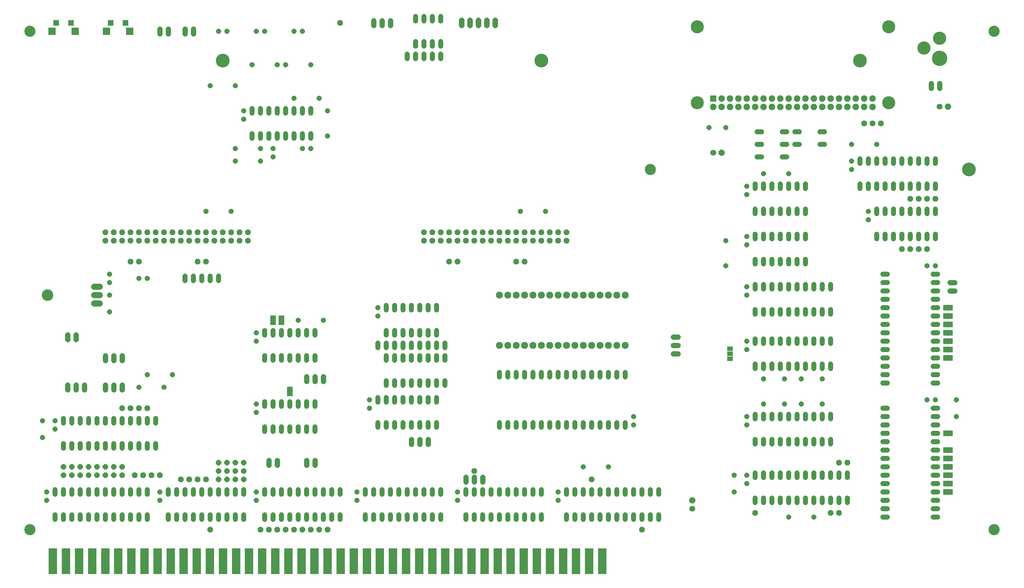
<source format=gbs>
G04 EAGLE Gerber RS-274X export*
G75*
%MOMM*%
%FSLAX34Y34*%
%LPD*%
%INSoldermask Bottom*%
%IPPOS*%
%AMOC8*
5,1,8,0,0,1.08239X$1,22.5*%
G01*
%ADD10C,3.378200*%
%ADD11R,2.565400X7.823200*%
%ADD12C,1.524000*%
%ADD13P,1.759533X8X22.500000*%
%ADD14C,2.108200*%
%ADD15C,1.625600*%
%ADD16C,1.727200*%
%ADD17P,1.649562X8X22.500000*%
%ADD18P,1.649562X8X292.500000*%
%ADD19P,1.649562X8X202.500000*%
%ADD20P,1.649562X8X112.500000*%
%ADD21R,1.727200X1.727200*%
%ADD22R,2.298700X2.298700*%
%ADD23P,1.869504X8X22.500000*%
%ADD24C,4.165600*%
%ADD25P,1.869504X8X202.500000*%
%ADD26R,1.981200X1.981200*%
%ADD27C,1.981200*%
%ADD28C,3.969200*%
%ADD29R,1.803400X1.371600*%
%ADD30P,1.951982X8X112.500000*%
%ADD31C,1.803400*%
%ADD32P,1.951982X8X22.500000*%
%ADD33R,1.371600X1.803400*%
%ADD34R,0.152400X1.828800*%
%ADD35P,1.759533X8X292.500000*%
%ADD36R,1.828800X0.152400*%
%ADD37C,4.648200*%
%ADD38C,4.013200*%
%ADD39C,1.879600*%
%ADD40C,3.505200*%


D10*
X0Y0D03*
X2921000Y0D03*
X0Y1511300D03*
X2921000Y1511300D03*
X1879600Y1092200D03*
D11*
X941324Y-95250D03*
X901700Y-95250D03*
X980948Y-95250D03*
X1020572Y-95250D03*
X1060196Y-95250D03*
X1099820Y-95250D03*
X1139444Y-95250D03*
X1179068Y-95250D03*
X1218692Y-95250D03*
X1258316Y-95250D03*
X1297940Y-95250D03*
X1337564Y-95250D03*
X1377188Y-95250D03*
X1416812Y-95250D03*
X1456436Y-95250D03*
X1496060Y-95250D03*
X1535684Y-95250D03*
X1575308Y-95250D03*
X1614932Y-95250D03*
X1654556Y-95250D03*
X1694180Y-95250D03*
X1733804Y-95250D03*
X69596Y-95250D03*
X109220Y-95250D03*
X148844Y-95250D03*
X188468Y-95250D03*
X228092Y-95250D03*
X267716Y-95250D03*
X307340Y-95250D03*
X346964Y-95250D03*
X386588Y-95250D03*
X426212Y-95250D03*
X465836Y-95250D03*
X505460Y-95250D03*
X545084Y-95250D03*
X584708Y-95250D03*
X624332Y-95250D03*
X663956Y-95250D03*
X703580Y-95250D03*
X743204Y-95250D03*
X782828Y-95250D03*
X822452Y-95250D03*
X862076Y-95250D03*
D12*
X1016000Y31496D02*
X1016000Y44704D01*
X1041400Y44704D02*
X1041400Y31496D01*
X1168400Y31496D02*
X1168400Y44704D01*
X1193800Y44704D02*
X1193800Y31496D01*
X1066800Y31496D02*
X1066800Y44704D01*
X1092200Y44704D02*
X1092200Y31496D01*
X1143000Y31496D02*
X1143000Y44704D01*
X1117600Y44704D02*
X1117600Y31496D01*
X1219200Y31496D02*
X1219200Y44704D01*
X1244600Y44704D02*
X1244600Y31496D01*
X1244600Y107696D02*
X1244600Y120904D01*
X1219200Y120904D02*
X1219200Y107696D01*
X1193800Y107696D02*
X1193800Y120904D01*
X1168400Y120904D02*
X1168400Y107696D01*
X1143000Y107696D02*
X1143000Y120904D01*
X1117600Y120904D02*
X1117600Y107696D01*
X1092200Y107696D02*
X1092200Y120904D01*
X1066800Y120904D02*
X1066800Y107696D01*
X1041400Y107696D02*
X1041400Y120904D01*
X1016000Y120904D02*
X1016000Y107696D01*
X711200Y44704D02*
X711200Y31496D01*
X736600Y31496D02*
X736600Y44704D01*
X863600Y44704D02*
X863600Y31496D01*
X889000Y31496D02*
X889000Y44704D01*
X762000Y44704D02*
X762000Y31496D01*
X787400Y31496D02*
X787400Y44704D01*
X838200Y44704D02*
X838200Y31496D01*
X812800Y31496D02*
X812800Y44704D01*
X914400Y44704D02*
X914400Y31496D01*
X939800Y31496D02*
X939800Y44704D01*
X939800Y107696D02*
X939800Y120904D01*
X914400Y120904D02*
X914400Y107696D01*
X889000Y107696D02*
X889000Y120904D01*
X863600Y120904D02*
X863600Y107696D01*
X838200Y107696D02*
X838200Y120904D01*
X812800Y120904D02*
X812800Y107696D01*
X787400Y107696D02*
X787400Y120904D01*
X762000Y120904D02*
X762000Y107696D01*
X736600Y107696D02*
X736600Y120904D01*
X711200Y120904D02*
X711200Y107696D01*
X419100Y44704D02*
X419100Y31496D01*
X444500Y31496D02*
X444500Y44704D01*
X571500Y44704D02*
X571500Y31496D01*
X596900Y31496D02*
X596900Y44704D01*
X469900Y44704D02*
X469900Y31496D01*
X495300Y31496D02*
X495300Y44704D01*
X546100Y44704D02*
X546100Y31496D01*
X520700Y31496D02*
X520700Y44704D01*
X622300Y44704D02*
X622300Y31496D01*
X647700Y31496D02*
X647700Y44704D01*
X647700Y107696D02*
X647700Y120904D01*
X622300Y120904D02*
X622300Y107696D01*
X596900Y107696D02*
X596900Y120904D01*
X571500Y120904D02*
X571500Y107696D01*
X546100Y107696D02*
X546100Y120904D01*
X520700Y120904D02*
X520700Y107696D01*
X495300Y107696D02*
X495300Y120904D01*
X469900Y120904D02*
X469900Y107696D01*
X444500Y107696D02*
X444500Y120904D01*
X419100Y120904D02*
X419100Y107696D01*
X1320800Y44704D02*
X1320800Y31496D01*
X1346200Y31496D02*
X1346200Y44704D01*
X1473200Y44704D02*
X1473200Y31496D01*
X1498600Y31496D02*
X1498600Y44704D01*
X1371600Y44704D02*
X1371600Y31496D01*
X1397000Y31496D02*
X1397000Y44704D01*
X1447800Y44704D02*
X1447800Y31496D01*
X1422400Y31496D02*
X1422400Y44704D01*
X1524000Y44704D02*
X1524000Y31496D01*
X1549400Y31496D02*
X1549400Y44704D01*
X1549400Y107696D02*
X1549400Y120904D01*
X1524000Y120904D02*
X1524000Y107696D01*
X1498600Y107696D02*
X1498600Y120904D01*
X1473200Y120904D02*
X1473200Y107696D01*
X1447800Y107696D02*
X1447800Y120904D01*
X1422400Y120904D02*
X1422400Y107696D01*
X1397000Y107696D02*
X1397000Y120904D01*
X1371600Y120904D02*
X1371600Y107696D01*
X1346200Y107696D02*
X1346200Y120904D01*
X1320800Y120904D02*
X1320800Y107696D01*
X101600Y247396D02*
X101600Y260604D01*
X127000Y260604D02*
X127000Y247396D01*
X152400Y247396D02*
X152400Y260604D01*
X177800Y260604D02*
X177800Y247396D01*
X203200Y247396D02*
X203200Y260604D01*
X228600Y260604D02*
X228600Y247396D01*
X254000Y247396D02*
X254000Y260604D01*
X279400Y260604D02*
X279400Y247396D01*
X304800Y247396D02*
X304800Y260604D01*
X330200Y260604D02*
X330200Y247396D01*
X355600Y247396D02*
X355600Y260604D01*
X381000Y260604D02*
X381000Y247396D01*
X381000Y323596D02*
X381000Y336804D01*
X355600Y336804D02*
X355600Y323596D01*
X330200Y323596D02*
X330200Y336804D01*
X304800Y336804D02*
X304800Y323596D01*
X279400Y323596D02*
X279400Y336804D01*
X254000Y336804D02*
X254000Y323596D01*
X228600Y323596D02*
X228600Y336804D01*
X203200Y336804D02*
X203200Y323596D01*
X177800Y323596D02*
X177800Y336804D01*
X152400Y336804D02*
X152400Y323596D01*
X127000Y323596D02*
X127000Y336804D01*
X101600Y336804D02*
X101600Y323596D01*
X1625600Y44704D02*
X1625600Y31496D01*
X1651000Y31496D02*
X1651000Y44704D01*
X1676400Y44704D02*
X1676400Y31496D01*
X1701800Y31496D02*
X1701800Y44704D01*
X1727200Y44704D02*
X1727200Y31496D01*
X1752600Y31496D02*
X1752600Y44704D01*
X1778000Y44704D02*
X1778000Y31496D01*
X1803400Y31496D02*
X1803400Y44704D01*
X1828800Y44704D02*
X1828800Y31496D01*
X1854200Y31496D02*
X1854200Y44704D01*
X1879600Y44704D02*
X1879600Y31496D01*
X1905000Y31496D02*
X1905000Y44704D01*
X1905000Y107696D02*
X1905000Y120904D01*
X1879600Y120904D02*
X1879600Y107696D01*
X1854200Y107696D02*
X1854200Y120904D01*
X1828800Y120904D02*
X1828800Y107696D01*
X1803400Y107696D02*
X1803400Y120904D01*
X1778000Y120904D02*
X1778000Y107696D01*
X1752600Y107696D02*
X1752600Y120904D01*
X1727200Y120904D02*
X1727200Y107696D01*
X1701800Y107696D02*
X1701800Y120904D01*
X1676400Y120904D02*
X1676400Y107696D01*
X1651000Y107696D02*
X1651000Y120904D01*
X1625600Y120904D02*
X1625600Y107696D01*
X76200Y44704D02*
X76200Y31496D01*
X101600Y31496D02*
X101600Y44704D01*
X127000Y44704D02*
X127000Y31496D01*
X152400Y31496D02*
X152400Y44704D01*
X177800Y44704D02*
X177800Y31496D01*
X203200Y31496D02*
X203200Y44704D01*
X228600Y44704D02*
X228600Y31496D01*
X254000Y31496D02*
X254000Y44704D01*
X279400Y44704D02*
X279400Y31496D01*
X304800Y31496D02*
X304800Y44704D01*
X330200Y44704D02*
X330200Y31496D01*
X355600Y31496D02*
X355600Y44704D01*
X355600Y107696D02*
X355600Y120904D01*
X330200Y120904D02*
X330200Y107696D01*
X304800Y107696D02*
X304800Y120904D01*
X279400Y120904D02*
X279400Y107696D01*
X254000Y107696D02*
X254000Y120904D01*
X228600Y120904D02*
X228600Y107696D01*
X203200Y107696D02*
X203200Y120904D01*
X177800Y120904D02*
X177800Y107696D01*
X152400Y107696D02*
X152400Y120904D01*
X127000Y120904D02*
X127000Y107696D01*
X101600Y107696D02*
X101600Y120904D01*
X76200Y120904D02*
X76200Y107696D01*
D13*
X101600Y165100D03*
X101600Y190500D03*
X127000Y165100D03*
X127000Y190500D03*
X152400Y165100D03*
X152400Y190500D03*
X177800Y165100D03*
X177800Y190500D03*
X203200Y165100D03*
X203200Y190500D03*
X228600Y165100D03*
X228600Y190500D03*
X254000Y165100D03*
X254000Y190500D03*
X279400Y165100D03*
X279400Y190500D03*
D14*
X1803400Y711200D03*
X1778000Y711200D03*
X1752600Y711200D03*
X1727200Y711200D03*
X1701800Y711200D03*
X1676400Y711200D03*
X1651000Y711200D03*
X1625600Y711200D03*
X1600200Y711200D03*
X1574800Y711200D03*
X1549400Y711200D03*
X1524000Y711200D03*
X1498600Y711200D03*
X1473200Y711200D03*
X1447800Y711200D03*
X1422400Y711200D03*
X1422400Y558800D03*
X1447800Y558800D03*
X1473200Y558800D03*
X1498600Y558800D03*
X1549400Y558800D03*
X1574800Y558800D03*
X1600200Y558800D03*
X1625600Y558800D03*
X1651000Y558800D03*
X1676400Y558800D03*
X1701800Y558800D03*
X1727200Y558800D03*
X1752600Y558800D03*
X1778000Y558800D03*
X1803400Y558800D03*
X1524000Y558800D03*
D12*
X1168400Y1466596D02*
X1168400Y1479804D01*
X1193800Y1479804D02*
X1193800Y1466596D01*
X1219200Y1466596D02*
X1219200Y1479804D01*
X1244600Y1479804D02*
X1244600Y1466596D01*
X1244600Y1542796D02*
X1244600Y1556004D01*
X1219200Y1556004D02*
X1219200Y1542796D01*
X1193800Y1542796D02*
X1193800Y1556004D01*
X1168400Y1556004D02*
X1168400Y1542796D01*
X1143000Y1441704D02*
X1143000Y1428496D01*
X1168400Y1428496D02*
X1168400Y1441704D01*
X1193800Y1441704D02*
X1193800Y1428496D01*
X1219200Y1428496D02*
X1219200Y1441704D01*
X1244600Y1441704D02*
X1244600Y1428496D01*
D15*
X1948688Y533400D02*
X1962912Y533400D01*
X1962912Y558800D02*
X1948688Y558800D01*
X1948688Y584200D02*
X1962912Y584200D01*
D16*
X1308100Y1529080D02*
X1308100Y1544320D01*
X1333500Y1544320D02*
X1333500Y1529080D01*
X1358900Y1529080D02*
X1358900Y1544320D01*
X1384300Y1544320D02*
X1384300Y1529080D01*
X1409700Y1529080D02*
X1409700Y1544320D01*
D12*
X1803400Y476504D02*
X1803400Y463296D01*
X1778000Y463296D02*
X1778000Y476504D01*
X1651000Y476504D02*
X1651000Y463296D01*
X1625600Y463296D02*
X1625600Y476504D01*
X1752600Y476504D02*
X1752600Y463296D01*
X1727200Y463296D02*
X1727200Y476504D01*
X1676400Y476504D02*
X1676400Y463296D01*
X1701800Y463296D02*
X1701800Y476504D01*
X1600200Y476504D02*
X1600200Y463296D01*
X1574800Y463296D02*
X1574800Y476504D01*
X1549400Y476504D02*
X1549400Y463296D01*
X1524000Y463296D02*
X1524000Y476504D01*
X1498600Y476504D02*
X1498600Y463296D01*
X1473200Y463296D02*
X1473200Y476504D01*
X1447800Y476504D02*
X1447800Y463296D01*
X1422400Y463296D02*
X1422400Y476504D01*
X1422400Y324104D02*
X1422400Y310896D01*
X1447800Y310896D02*
X1447800Y324104D01*
X1473200Y324104D02*
X1473200Y310896D01*
X1498600Y310896D02*
X1498600Y324104D01*
X1524000Y324104D02*
X1524000Y310896D01*
X1549400Y310896D02*
X1549400Y324104D01*
X1574800Y324104D02*
X1574800Y310896D01*
X1600200Y310896D02*
X1600200Y324104D01*
X1625600Y324104D02*
X1625600Y310896D01*
X1651000Y310896D02*
X1651000Y324104D01*
X1676400Y324104D02*
X1676400Y310896D01*
X1701800Y310896D02*
X1701800Y324104D01*
X1727200Y324104D02*
X1727200Y310896D01*
X1752600Y310896D02*
X1752600Y324104D01*
X1778000Y324104D02*
X1778000Y310896D01*
X1803400Y310896D02*
X1803400Y324104D01*
D15*
X1155700Y273812D02*
X1155700Y259588D01*
X1181100Y259588D02*
X1181100Y273812D01*
X1206500Y273812D02*
X1206500Y259588D01*
D12*
X1079500Y590296D02*
X1079500Y603504D01*
X1104900Y603504D02*
X1104900Y590296D01*
X1231900Y590296D02*
X1231900Y603504D01*
X1231900Y666496D02*
X1231900Y679704D01*
X1130300Y603504D02*
X1130300Y590296D01*
X1155700Y590296D02*
X1155700Y603504D01*
X1206500Y603504D02*
X1206500Y590296D01*
X1181100Y590296D02*
X1181100Y603504D01*
X1206500Y666496D02*
X1206500Y679704D01*
X1181100Y679704D02*
X1181100Y666496D01*
X1155700Y666496D02*
X1155700Y679704D01*
X1130300Y679704D02*
X1130300Y666496D01*
X1104900Y666496D02*
X1104900Y679704D01*
X1079500Y679704D02*
X1079500Y666496D01*
X1079500Y451104D02*
X1079500Y437896D01*
X1104900Y437896D02*
X1104900Y451104D01*
X1231900Y451104D02*
X1231900Y437896D01*
X1257300Y437896D02*
X1257300Y451104D01*
X1130300Y451104D02*
X1130300Y437896D01*
X1155700Y437896D02*
X1155700Y451104D01*
X1206500Y451104D02*
X1206500Y437896D01*
X1181100Y437896D02*
X1181100Y451104D01*
X1257300Y514096D02*
X1257300Y527304D01*
X1231900Y527304D02*
X1231900Y514096D01*
X1206500Y514096D02*
X1206500Y527304D01*
X1181100Y527304D02*
X1181100Y514096D01*
X1155700Y514096D02*
X1155700Y527304D01*
X1130300Y527304D02*
X1130300Y514096D01*
X1104900Y514096D02*
X1104900Y527304D01*
X1079500Y527304D02*
X1079500Y514096D01*
X1054100Y552196D02*
X1054100Y565404D01*
X1079500Y565404D02*
X1079500Y552196D01*
X1104900Y552196D02*
X1104900Y565404D01*
X1130300Y565404D02*
X1130300Y552196D01*
X1155700Y552196D02*
X1155700Y565404D01*
X1181100Y565404D02*
X1181100Y552196D01*
X1206500Y552196D02*
X1206500Y565404D01*
X1231900Y565404D02*
X1231900Y552196D01*
X1257300Y552196D02*
X1257300Y565404D01*
X1054100Y324104D02*
X1054100Y310896D01*
X1079500Y310896D02*
X1079500Y324104D01*
X1206500Y324104D02*
X1206500Y310896D01*
X1231900Y310896D02*
X1231900Y324104D01*
X1104900Y324104D02*
X1104900Y310896D01*
X1130300Y310896D02*
X1130300Y324104D01*
X1181100Y324104D02*
X1181100Y310896D01*
X1155700Y310896D02*
X1155700Y324104D01*
X1231900Y387096D02*
X1231900Y400304D01*
X1206500Y400304D02*
X1206500Y387096D01*
X1181100Y387096D02*
X1181100Y400304D01*
X1155700Y400304D02*
X1155700Y387096D01*
X1130300Y387096D02*
X1130300Y400304D01*
X1104900Y400304D02*
X1104900Y387096D01*
X1079500Y387096D02*
X1079500Y400304D01*
X1054100Y400304D02*
X1054100Y387096D01*
D15*
X1320800Y159512D02*
X1320800Y145288D01*
X1346200Y145288D02*
X1346200Y159512D01*
X1371600Y159512D02*
X1371600Y145288D01*
X838200Y450088D02*
X838200Y464312D01*
X863600Y464312D02*
X863600Y450088D01*
X889000Y450088D02*
X889000Y464312D01*
D17*
X330200Y762000D03*
X355600Y762000D03*
D18*
X685800Y381000D03*
X685800Y355600D03*
X685800Y596900D03*
X685800Y571500D03*
X2489200Y1117600D03*
X2489200Y1092200D03*
X1054100Y673100D03*
X1054100Y647700D03*
X2540000Y965200D03*
X2540000Y939800D03*
D19*
X2743200Y800100D03*
X2717800Y800100D03*
D18*
X1028700Y393700D03*
X1028700Y368300D03*
X50800Y114300D03*
X50800Y88900D03*
X393700Y114300D03*
X393700Y88900D03*
X990600Y114300D03*
X990600Y88900D03*
X685800Y114300D03*
X685800Y88900D03*
X76200Y330200D03*
X76200Y304800D03*
X1295400Y114300D03*
X1295400Y88900D03*
D20*
X1828800Y317500D03*
X1828800Y342900D03*
D18*
X1600200Y114300D03*
X1600200Y88900D03*
D21*
X124079Y1536446D03*
X79121Y1536446D03*
D22*
X136652Y1511554D03*
X66548Y1511554D03*
D21*
X289179Y1536446D03*
X244221Y1536446D03*
D22*
X301752Y1511554D03*
X231648Y1511554D03*
D15*
X419100Y1518412D02*
X419100Y1504188D01*
X393700Y1504188D02*
X393700Y1518412D01*
X495300Y1518412D02*
X495300Y1504188D01*
X469900Y1504188D02*
X469900Y1518412D01*
D17*
X546100Y1346200D03*
X622300Y1346200D03*
D19*
X596900Y1511300D03*
X571500Y1511300D03*
D17*
X1676400Y190500D03*
X1752600Y190500D03*
D23*
X279400Y368300D03*
X304800Y368300D03*
X330200Y368300D03*
X355600Y368300D03*
X317500Y165100D03*
X939800Y1536700D03*
D19*
X711200Y1511300D03*
X685800Y1511300D03*
D15*
X1041400Y1529588D02*
X1041400Y1543812D01*
X1066800Y1543812D02*
X1066800Y1529588D01*
X1092200Y1529588D02*
X1092200Y1543812D01*
D24*
X2514600Y1422400D03*
X1549400Y1422400D03*
X2844800Y1092200D03*
D25*
X1625600Y901700D03*
X1600200Y901700D03*
X1574800Y901700D03*
X1549400Y901700D03*
X1524000Y901700D03*
X1498600Y901700D03*
X1625600Y876300D03*
X1600200Y876300D03*
X1574800Y876300D03*
X1549400Y876300D03*
X1524000Y876300D03*
X1498600Y876300D03*
X1473200Y901700D03*
X1473200Y876300D03*
X1447800Y901700D03*
X1422400Y901700D03*
X1397000Y901700D03*
X1371600Y901700D03*
X1346200Y901700D03*
X1320800Y901700D03*
X1447800Y876300D03*
X1422400Y876300D03*
X1397000Y876300D03*
X1371600Y876300D03*
X1346200Y876300D03*
X1320800Y876300D03*
X1295400Y901700D03*
X1295400Y876300D03*
X1270000Y901700D03*
X1244600Y901700D03*
X1219200Y901700D03*
X1193800Y901700D03*
X1270000Y876300D03*
X1244600Y876300D03*
X1219200Y876300D03*
X1193800Y876300D03*
D24*
X584200Y1422400D03*
D25*
X660400Y901700D03*
X635000Y901700D03*
X609600Y901700D03*
X584200Y901700D03*
X558800Y901700D03*
X533400Y901700D03*
X660400Y876300D03*
X635000Y876300D03*
X609600Y876300D03*
X584200Y876300D03*
X558800Y876300D03*
X533400Y876300D03*
X508000Y901700D03*
X508000Y876300D03*
X482600Y901700D03*
X457200Y901700D03*
X431800Y901700D03*
X406400Y901700D03*
X381000Y901700D03*
X355600Y901700D03*
X482600Y876300D03*
X457200Y876300D03*
X431800Y876300D03*
X406400Y876300D03*
X381000Y876300D03*
X355600Y876300D03*
X330200Y901700D03*
X330200Y876300D03*
X304800Y901700D03*
X279400Y901700D03*
X254000Y901700D03*
X228600Y901700D03*
X304800Y876300D03*
X279400Y876300D03*
X254000Y876300D03*
X228600Y876300D03*
D23*
X1473200Y812800D03*
X1498600Y812800D03*
X1270000Y812800D03*
X1295400Y812800D03*
X304800Y812800D03*
X330200Y812800D03*
X508000Y812800D03*
X533400Y812800D03*
X901700Y0D03*
X876300Y0D03*
X825500Y0D03*
X800100Y0D03*
X774700Y0D03*
X749300Y0D03*
X698500Y0D03*
X850900Y0D03*
D12*
X2197100Y958596D02*
X2197100Y971804D01*
X2222500Y971804D02*
X2222500Y958596D01*
X2349500Y958596D02*
X2349500Y971804D01*
X2349500Y1034796D02*
X2349500Y1048004D01*
X2247900Y971804D02*
X2247900Y958596D01*
X2273300Y958596D02*
X2273300Y971804D01*
X2324100Y971804D02*
X2324100Y958596D01*
X2298700Y958596D02*
X2298700Y971804D01*
X2324100Y1034796D02*
X2324100Y1048004D01*
X2298700Y1048004D02*
X2298700Y1034796D01*
X2273300Y1034796D02*
X2273300Y1048004D01*
X2247900Y1048004D02*
X2247900Y1034796D01*
X2222500Y1034796D02*
X2222500Y1048004D01*
X2197100Y1048004D02*
X2197100Y1034796D01*
X2197100Y819404D02*
X2197100Y806196D01*
X2222500Y806196D02*
X2222500Y819404D01*
X2349500Y819404D02*
X2349500Y806196D01*
X2349500Y882396D02*
X2349500Y895604D01*
X2247900Y819404D02*
X2247900Y806196D01*
X2273300Y806196D02*
X2273300Y819404D01*
X2324100Y819404D02*
X2324100Y806196D01*
X2298700Y806196D02*
X2298700Y819404D01*
X2324100Y882396D02*
X2324100Y895604D01*
X2298700Y895604D02*
X2298700Y882396D01*
X2273300Y882396D02*
X2273300Y895604D01*
X2247900Y895604D02*
X2247900Y882396D01*
X2222500Y882396D02*
X2222500Y895604D01*
X2197100Y895604D02*
X2197100Y882396D01*
X2197100Y273304D02*
X2197100Y260096D01*
X2222500Y260096D02*
X2222500Y273304D01*
X2349500Y273304D02*
X2349500Y260096D01*
X2374900Y260096D02*
X2374900Y273304D01*
X2247900Y273304D02*
X2247900Y260096D01*
X2273300Y260096D02*
X2273300Y273304D01*
X2324100Y273304D02*
X2324100Y260096D01*
X2298700Y260096D02*
X2298700Y273304D01*
X2400300Y273304D02*
X2400300Y260096D01*
X2425700Y260096D02*
X2425700Y273304D01*
X2425700Y336296D02*
X2425700Y349504D01*
X2400300Y349504D02*
X2400300Y336296D01*
X2374900Y336296D02*
X2374900Y349504D01*
X2349500Y349504D02*
X2349500Y336296D01*
X2324100Y336296D02*
X2324100Y349504D01*
X2298700Y349504D02*
X2298700Y336296D01*
X2273300Y336296D02*
X2273300Y349504D01*
X2247900Y349504D02*
X2247900Y336296D01*
X2222500Y336296D02*
X2222500Y349504D01*
X2197100Y349504D02*
X2197100Y336296D01*
X2197100Y653796D02*
X2197100Y667004D01*
X2222500Y667004D02*
X2222500Y653796D01*
X2349500Y653796D02*
X2349500Y667004D01*
X2374900Y667004D02*
X2374900Y653796D01*
X2247900Y653796D02*
X2247900Y667004D01*
X2273300Y667004D02*
X2273300Y653796D01*
X2324100Y653796D02*
X2324100Y667004D01*
X2298700Y667004D02*
X2298700Y653796D01*
X2400300Y653796D02*
X2400300Y667004D01*
X2425700Y667004D02*
X2425700Y653796D01*
X2425700Y729996D02*
X2425700Y743204D01*
X2400300Y743204D02*
X2400300Y729996D01*
X2374900Y729996D02*
X2374900Y743204D01*
X2349500Y743204D02*
X2349500Y729996D01*
X2324100Y729996D02*
X2324100Y743204D01*
X2298700Y743204D02*
X2298700Y729996D01*
X2273300Y729996D02*
X2273300Y743204D01*
X2247900Y743204D02*
X2247900Y729996D01*
X2222500Y729996D02*
X2222500Y743204D01*
X2197100Y743204D02*
X2197100Y729996D01*
X2197100Y501904D02*
X2197100Y488696D01*
X2222500Y488696D02*
X2222500Y501904D01*
X2349500Y501904D02*
X2349500Y488696D01*
X2374900Y488696D02*
X2374900Y501904D01*
X2247900Y501904D02*
X2247900Y488696D01*
X2273300Y488696D02*
X2273300Y501904D01*
X2324100Y501904D02*
X2324100Y488696D01*
X2298700Y488696D02*
X2298700Y501904D01*
X2400300Y501904D02*
X2400300Y488696D01*
X2425700Y488696D02*
X2425700Y501904D01*
X2425700Y564896D02*
X2425700Y578104D01*
X2400300Y578104D02*
X2400300Y564896D01*
X2374900Y564896D02*
X2374900Y578104D01*
X2349500Y578104D02*
X2349500Y564896D01*
X2324100Y564896D02*
X2324100Y578104D01*
X2298700Y578104D02*
X2298700Y564896D01*
X2273300Y564896D02*
X2273300Y578104D01*
X2247900Y578104D02*
X2247900Y564896D01*
X2222500Y564896D02*
X2222500Y578104D01*
X2197100Y578104D02*
X2197100Y564896D01*
D18*
X2108200Y876300D03*
X2108200Y800100D03*
D12*
X2197100Y95504D02*
X2197100Y82296D01*
X2222500Y82296D02*
X2222500Y95504D01*
X2247900Y95504D02*
X2247900Y82296D01*
X2273300Y82296D02*
X2273300Y95504D01*
X2298700Y95504D02*
X2298700Y82296D01*
X2324100Y82296D02*
X2324100Y95504D01*
X2349500Y95504D02*
X2349500Y82296D01*
X2374900Y82296D02*
X2374900Y95504D01*
X2400300Y95504D02*
X2400300Y82296D01*
X2425700Y82296D02*
X2425700Y95504D01*
X2451100Y95504D02*
X2451100Y82296D01*
X2476500Y82296D02*
X2476500Y95504D01*
X2476500Y158496D02*
X2476500Y171704D01*
X2451100Y171704D02*
X2451100Y158496D01*
X2425700Y158496D02*
X2425700Y171704D01*
X2400300Y171704D02*
X2400300Y158496D01*
X2374900Y158496D02*
X2374900Y171704D01*
X2349500Y171704D02*
X2349500Y158496D01*
X2324100Y158496D02*
X2324100Y171704D01*
X2298700Y171704D02*
X2298700Y158496D01*
X2273300Y158496D02*
X2273300Y171704D01*
X2247900Y171704D02*
X2247900Y158496D01*
X2222500Y158496D02*
X2222500Y171704D01*
X2197100Y171704D02*
X2197100Y158496D01*
D26*
X2070100Y1307400D03*
D27*
X2070100Y1282000D03*
X2095500Y1307400D03*
X2095500Y1282000D03*
X2120900Y1307400D03*
X2120900Y1282000D03*
X2146300Y1307400D03*
X2146300Y1282000D03*
X2171700Y1307400D03*
X2171700Y1282000D03*
X2197100Y1307400D03*
X2197100Y1282000D03*
X2222500Y1307400D03*
X2222500Y1282000D03*
X2247900Y1307400D03*
X2247900Y1282000D03*
X2273300Y1307400D03*
X2273300Y1282000D03*
X2298700Y1307400D03*
X2298700Y1282000D03*
X2324100Y1307400D03*
X2324100Y1282000D03*
X2349500Y1307400D03*
X2349500Y1282000D03*
X2374900Y1307400D03*
X2374900Y1282000D03*
X2400300Y1307400D03*
X2400300Y1282000D03*
X2425700Y1307400D03*
X2425700Y1282000D03*
X2451100Y1307400D03*
X2451100Y1282000D03*
X2476500Y1307400D03*
X2476500Y1282000D03*
X2501900Y1307400D03*
X2501900Y1282000D03*
X2527300Y1307400D03*
X2527300Y1282000D03*
X2552700Y1307400D03*
X2552700Y1282000D03*
D28*
X2021400Y1524700D03*
X2021400Y1294700D03*
X2601400Y1294700D03*
X2601400Y1524700D03*
D29*
X2120900Y548640D03*
X2120900Y533400D03*
X2120900Y518160D03*
D18*
X2400300Y457200D03*
X2400300Y381000D03*
X2336800Y457200D03*
X2336800Y381000D03*
X2286000Y457200D03*
X2286000Y381000D03*
X2222500Y457200D03*
X2222500Y381000D03*
D12*
X2317496Y1206500D02*
X2330704Y1206500D01*
X2393696Y1206500D02*
X2406904Y1206500D01*
X2292604Y1206500D02*
X2279396Y1206500D01*
X2216404Y1206500D02*
X2203196Y1206500D01*
X2279396Y1168400D02*
X2292604Y1168400D01*
X2216404Y1168400D02*
X2203196Y1168400D01*
X2279396Y1130300D02*
X2292604Y1130300D01*
X2216404Y1130300D02*
X2203196Y1130300D01*
D18*
X2171700Y1041400D03*
X2171700Y1016000D03*
X2171700Y889000D03*
X2171700Y863600D03*
X2171700Y571500D03*
X2171700Y546100D03*
X2171700Y736600D03*
X2171700Y711200D03*
X2171700Y342900D03*
X2171700Y317500D03*
X2171700Y165100D03*
X2171700Y139700D03*
D23*
X1701800Y152400D03*
X2451100Y50800D03*
X2476500Y203200D03*
X2451100Y203200D03*
D30*
X2006600Y88900D03*
D31*
X2006600Y63500D03*
D32*
X2095500Y1143000D03*
D31*
X2070100Y1143000D03*
D23*
X2425700Y50800D03*
X2197100Y50800D03*
D12*
X2584196Y368300D02*
X2597404Y368300D01*
X2597404Y342900D02*
X2584196Y342900D01*
X2584196Y317500D02*
X2597404Y317500D01*
X2597404Y292100D02*
X2584196Y292100D01*
X2584196Y266700D02*
X2597404Y266700D01*
X2597404Y241300D02*
X2584196Y241300D01*
X2584196Y215900D02*
X2597404Y215900D01*
X2597404Y190500D02*
X2584196Y190500D01*
X2584196Y165100D02*
X2597404Y165100D01*
X2597404Y139700D02*
X2584196Y139700D01*
X2584196Y114300D02*
X2597404Y114300D01*
X2597404Y88900D02*
X2584196Y88900D01*
X2584196Y63500D02*
X2597404Y63500D01*
X2597404Y38100D02*
X2584196Y38100D01*
X2736596Y38100D02*
X2749804Y38100D01*
X2749804Y63500D02*
X2736596Y63500D01*
X2736596Y88900D02*
X2749804Y88900D01*
X2749804Y114300D02*
X2736596Y114300D01*
X2736596Y139700D02*
X2749804Y139700D01*
X2749804Y165100D02*
X2736596Y165100D01*
X2736596Y190500D02*
X2749804Y190500D01*
X2749804Y215900D02*
X2736596Y215900D01*
X2736596Y241300D02*
X2749804Y241300D01*
X2749804Y266700D02*
X2736596Y266700D01*
X2736596Y292100D02*
X2749804Y292100D01*
X2749804Y317500D02*
X2736596Y317500D01*
X2736596Y342900D02*
X2749804Y342900D01*
X2749804Y368300D02*
X2736596Y368300D01*
D33*
X2788920Y241300D03*
X2773680Y241300D03*
D34*
X2781300Y241300D03*
D33*
X2788920Y215900D03*
X2773680Y215900D03*
D34*
X2781300Y215900D03*
D33*
X2788920Y190500D03*
X2773680Y190500D03*
D34*
X2781300Y190500D03*
D33*
X2788920Y165100D03*
X2773680Y165100D03*
D34*
X2781300Y165100D03*
D33*
X2788920Y139700D03*
X2773680Y139700D03*
D34*
X2781300Y139700D03*
D33*
X2788920Y114300D03*
X2773680Y114300D03*
D34*
X2781300Y114300D03*
D19*
X2743200Y393700D03*
X2717800Y393700D03*
X2298700Y1079500D03*
X2222500Y1079500D03*
D12*
X2514600Y1048004D02*
X2514600Y1034796D01*
X2540000Y1034796D02*
X2540000Y1048004D01*
X2667000Y1048004D02*
X2667000Y1034796D01*
X2692400Y1034796D02*
X2692400Y1048004D01*
X2565400Y1048004D02*
X2565400Y1034796D01*
X2590800Y1034796D02*
X2590800Y1048004D01*
X2641600Y1048004D02*
X2641600Y1034796D01*
X2616200Y1034796D02*
X2616200Y1048004D01*
X2717800Y1048004D02*
X2717800Y1034796D01*
X2743200Y1034796D02*
X2743200Y1048004D01*
X2743200Y1110996D02*
X2743200Y1124204D01*
X2717800Y1124204D02*
X2717800Y1110996D01*
X2692400Y1110996D02*
X2692400Y1124204D01*
X2667000Y1124204D02*
X2667000Y1110996D01*
X2641600Y1110996D02*
X2641600Y1124204D01*
X2616200Y1124204D02*
X2616200Y1110996D01*
X2590800Y1110996D02*
X2590800Y1124204D01*
X2565400Y1124204D02*
X2565400Y1110996D01*
X2540000Y1110996D02*
X2540000Y1124204D01*
X2514600Y1124204D02*
X2514600Y1110996D01*
D17*
X2057400Y1219200D03*
X2108200Y1219200D03*
D18*
X2806700Y393700D03*
X2806700Y342900D03*
X38100Y330200D03*
X38100Y279400D03*
X2133600Y165100D03*
X2133600Y114300D03*
D19*
X2374900Y38100D03*
X2298700Y38100D03*
X825500Y1511300D03*
X800100Y1511300D03*
D33*
X2788920Y292100D03*
X2773680Y292100D03*
D34*
X2781300Y292100D03*
D12*
X673100Y1187196D02*
X673100Y1200404D01*
X698500Y1200404D02*
X698500Y1187196D01*
X825500Y1187196D02*
X825500Y1200404D01*
X850900Y1200404D02*
X850900Y1187196D01*
X723900Y1187196D02*
X723900Y1200404D01*
X749300Y1200404D02*
X749300Y1187196D01*
X800100Y1187196D02*
X800100Y1200404D01*
X774700Y1200404D02*
X774700Y1187196D01*
X850900Y1263396D02*
X850900Y1276604D01*
X825500Y1276604D02*
X825500Y1263396D01*
X800100Y1263396D02*
X800100Y1276604D01*
X774700Y1276604D02*
X774700Y1263396D01*
X749300Y1263396D02*
X749300Y1276604D01*
X723900Y1276604D02*
X723900Y1263396D01*
X698500Y1263396D02*
X698500Y1276604D01*
X673100Y1276604D02*
X673100Y1263396D01*
D19*
X698500Y1155700D03*
X622300Y1155700D03*
D20*
X736600Y1130300D03*
X736600Y1155700D03*
D19*
X698500Y1117600D03*
X622300Y1117600D03*
D17*
X673100Y1409700D03*
X749300Y1409700D03*
X800100Y1308100D03*
X876300Y1308100D03*
X825500Y1155700D03*
X850900Y1155700D03*
D20*
X901700Y1193800D03*
X901700Y1270000D03*
D17*
X774700Y1409700D03*
X850900Y1409700D03*
D18*
X647700Y1270000D03*
X647700Y1244600D03*
D35*
X571500Y203200D03*
X596900Y203200D03*
X571500Y177800D03*
X596900Y177800D03*
X571500Y152400D03*
X596900Y152400D03*
X622300Y203200D03*
X647700Y203200D03*
X622300Y177800D03*
X647700Y177800D03*
X622300Y152400D03*
X647700Y152400D03*
D12*
X711200Y298196D02*
X711200Y311404D01*
X736600Y311404D02*
X736600Y298196D01*
X863600Y298196D02*
X863600Y311404D01*
X863600Y374396D02*
X863600Y387604D01*
X762000Y311404D02*
X762000Y298196D01*
X787400Y298196D02*
X787400Y311404D01*
X838200Y311404D02*
X838200Y298196D01*
X812800Y298196D02*
X812800Y311404D01*
X838200Y374396D02*
X838200Y387604D01*
X812800Y387604D02*
X812800Y374396D01*
X787400Y374396D02*
X787400Y387604D01*
X762000Y387604D02*
X762000Y374396D01*
X736600Y374396D02*
X736600Y387604D01*
X711200Y387604D02*
X711200Y374396D01*
X711200Y514096D02*
X711200Y527304D01*
X736600Y527304D02*
X736600Y514096D01*
X863600Y514096D02*
X863600Y527304D01*
X863600Y590296D02*
X863600Y603504D01*
X762000Y527304D02*
X762000Y514096D01*
X787400Y514096D02*
X787400Y527304D01*
X838200Y527304D02*
X838200Y514096D01*
X812800Y514096D02*
X812800Y527304D01*
X838200Y590296D02*
X838200Y603504D01*
X812800Y603504D02*
X812800Y590296D01*
X787400Y590296D02*
X787400Y603504D01*
X762000Y603504D02*
X762000Y590296D01*
X736600Y590296D02*
X736600Y603504D01*
X711200Y603504D02*
X711200Y590296D01*
D15*
X723900Y210312D02*
X723900Y196088D01*
X749300Y196088D02*
X749300Y210312D01*
D12*
X2565400Y882396D02*
X2565400Y895604D01*
X2590800Y895604D02*
X2590800Y882396D01*
X2717800Y882396D02*
X2717800Y895604D01*
X2743200Y895604D02*
X2743200Y882396D01*
X2616200Y882396D02*
X2616200Y895604D01*
X2641600Y895604D02*
X2641600Y882396D01*
X2692400Y882396D02*
X2692400Y895604D01*
X2667000Y895604D02*
X2667000Y882396D01*
X2743200Y958596D02*
X2743200Y971804D01*
X2717800Y971804D02*
X2717800Y958596D01*
X2692400Y958596D02*
X2692400Y971804D01*
X2667000Y971804D02*
X2667000Y958596D01*
X2641600Y958596D02*
X2641600Y971804D01*
X2616200Y971804D02*
X2616200Y958596D01*
X2590800Y958596D02*
X2590800Y971804D01*
X2565400Y971804D02*
X2565400Y958596D01*
X2584196Y774700D02*
X2597404Y774700D01*
X2597404Y749300D02*
X2584196Y749300D01*
X2584196Y723900D02*
X2597404Y723900D01*
X2597404Y698500D02*
X2584196Y698500D01*
X2584196Y673100D02*
X2597404Y673100D01*
X2597404Y647700D02*
X2584196Y647700D01*
X2584196Y622300D02*
X2597404Y622300D01*
X2597404Y596900D02*
X2584196Y596900D01*
X2584196Y571500D02*
X2597404Y571500D01*
X2597404Y546100D02*
X2584196Y546100D01*
X2584196Y520700D02*
X2597404Y520700D01*
X2597404Y495300D02*
X2584196Y495300D01*
X2584196Y469900D02*
X2597404Y469900D01*
X2597404Y444500D02*
X2584196Y444500D01*
X2736596Y444500D02*
X2749804Y444500D01*
X2749804Y469900D02*
X2736596Y469900D01*
X2736596Y495300D02*
X2749804Y495300D01*
X2749804Y520700D02*
X2736596Y520700D01*
X2736596Y546100D02*
X2749804Y546100D01*
X2749804Y571500D02*
X2736596Y571500D01*
X2736596Y596900D02*
X2749804Y596900D01*
X2749804Y622300D02*
X2736596Y622300D01*
X2736596Y647700D02*
X2749804Y647700D01*
X2749804Y673100D02*
X2736596Y673100D01*
X2736596Y698500D02*
X2749804Y698500D01*
X2749804Y723900D02*
X2736596Y723900D01*
X2736596Y749300D02*
X2749804Y749300D01*
X2749804Y774700D02*
X2736596Y774700D01*
D33*
X2788920Y647700D03*
X2773680Y647700D03*
D34*
X2781300Y647700D03*
D33*
X2788920Y622300D03*
X2773680Y622300D03*
D34*
X2781300Y622300D03*
D33*
X2788920Y596900D03*
X2773680Y596900D03*
D34*
X2781300Y596900D03*
D33*
X2788920Y571500D03*
X2773680Y571500D03*
D34*
X2781300Y571500D03*
D33*
X2788920Y546100D03*
X2773680Y546100D03*
D34*
X2781300Y546100D03*
D33*
X2788920Y520700D03*
X2773680Y520700D03*
D34*
X2781300Y520700D03*
D33*
X2788920Y673100D03*
X2773680Y673100D03*
D34*
X2781300Y673100D03*
D15*
X2786888Y723900D02*
X2801112Y723900D01*
X2801112Y749300D02*
X2786888Y749300D01*
D23*
X723900Y0D03*
D15*
X838200Y196088D02*
X838200Y210312D01*
X863600Y210312D02*
X863600Y196088D01*
D29*
X762000Y642620D03*
X762000Y627380D03*
D36*
X762000Y635000D03*
D29*
X736600Y642620D03*
X736600Y627380D03*
D36*
X736600Y635000D03*
D19*
X889000Y635000D03*
X812800Y635000D03*
D12*
X571500Y755396D02*
X571500Y768604D01*
X546100Y768604D02*
X546100Y755396D01*
X520700Y755396D02*
X520700Y768604D01*
X495300Y768604D02*
X495300Y755396D01*
X469900Y755396D02*
X469900Y768604D01*
D15*
X2730500Y1339088D02*
X2730500Y1353312D01*
X2755900Y1353312D02*
X2755900Y1339088D01*
D37*
X2755900Y1429500D03*
D38*
X2755900Y1490500D03*
X2707900Y1460500D03*
D32*
X2781300Y1282700D03*
D31*
X2755900Y1282700D03*
D23*
X2578100Y1231900D03*
X2552700Y1231900D03*
X2527300Y1231900D03*
D19*
X609600Y965200D03*
X533400Y965200D03*
X1562100Y965200D03*
X1485900Y965200D03*
D23*
X2667000Y1003300D03*
X2692400Y1003300D03*
X2641600Y850900D03*
X2667000Y850900D03*
X2743200Y1003300D03*
X2717800Y1003300D03*
X2717800Y850900D03*
X2692400Y850900D03*
D29*
X787400Y426720D03*
X787400Y411480D03*
D36*
X787400Y419100D03*
D23*
X546100Y0D03*
D15*
X228600Y513588D02*
X228600Y527812D01*
X254000Y527812D02*
X254000Y513588D01*
X279400Y513588D02*
X279400Y527812D01*
X228600Y438912D02*
X228600Y424688D01*
X254000Y424688D02*
X254000Y438912D01*
X279400Y438912D02*
X279400Y424688D01*
D23*
X1346200Y177800D03*
X368300Y165100D03*
X393700Y165100D03*
X342900Y165100D03*
D17*
X330200Y431800D03*
X406400Y431800D03*
X355600Y469900D03*
X431800Y469900D03*
D15*
X114300Y438912D02*
X114300Y424688D01*
X139700Y424688D02*
X139700Y438912D01*
X165100Y438912D02*
X165100Y424688D01*
D39*
X194818Y685800D02*
X211582Y685800D01*
X211582Y711200D02*
X194818Y711200D01*
X194818Y736600D02*
X211582Y736600D01*
D40*
X53340Y711200D03*
D20*
X241300Y660400D03*
X241300Y711200D03*
D15*
X114300Y591312D02*
X114300Y577088D01*
X139700Y577088D02*
X139700Y591312D01*
D18*
X241300Y774700D03*
X241300Y749300D03*
D12*
X2317496Y1168400D02*
X2330704Y1168400D01*
X2393696Y1168400D02*
X2406904Y1168400D01*
D17*
X2489200Y1168400D03*
X2565400Y1168400D03*
D23*
X1854200Y0D03*
X508000Y152400D03*
X533400Y152400D03*
X482600Y152400D03*
X457200Y152400D03*
M02*

</source>
